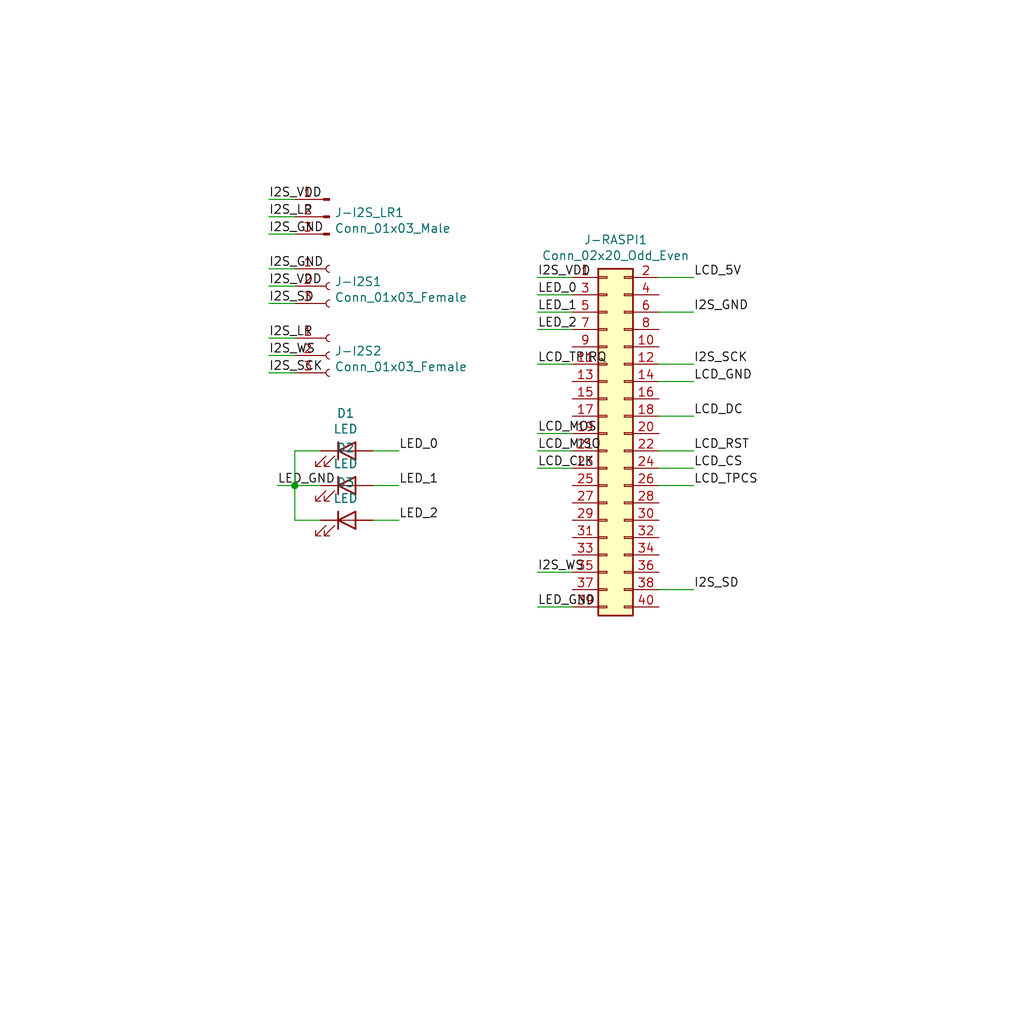
<source format=kicad_sch>
(kicad_sch (version 20211123) (generator eeschema)
  (paper "User" 150.012 150.012)
  (lib_symbols
    (symbol "Connector:Conn_01x03_Female" (pin_names (offset 1.016) hide)
      (property "Reference" "J" (at 0 5.08 0))
      (property "Value" "Conn_01x03_Female" (at 0 -5.08 0))
      (symbol "Conn_01x03_Female_1_1"
        (arc (start 0 -2.032) (mid -0.508 -2.54) (end 0 -3.048) (stroke (width 0.1524)))
        (polyline (pts (xy -1.27 -2.54) (xy -0.508 -2.54)) (stroke (width 0.1524)))
        (polyline (pts (xy -1.27 0) (xy -0.508 0)) (stroke (width 0.1524)))
        (polyline (pts (xy -1.27 2.54) (xy -0.508 2.54)) (stroke (width 0.1524)))
        (arc (start 0 0.508) (mid -0.508 0) (end 0 -0.508) (stroke (width 0.1524)))
        (arc (start 0 3.048) (mid -0.508 2.54) (end 0 2.032) (stroke (width 0.1524)))
        (pin passive line (at -5.08 2.54 0) (length 3.81) (name "Pin_1") (number "1"))
        (pin passive line (at -5.08 0 0) (length 3.81) (name "Pin_2") (number "2"))
        (pin passive line (at -5.08 -2.54 0) (length 3.81) (name "Pin_3") (number "3"))
      )
    )
    (symbol "Connector:Conn_01x03_Male" (pin_names (offset 1.016) hide)
      (property "Reference" "J" (at 0 5.08 0))
      (property "Value" "Conn_01x03_Male" (at 0 -5.08 0))
      (symbol "Conn_01x03_Male_1_1"
        (polyline (pts (xy 1.27 -2.54) (xy 0.8636 -2.54)) (stroke (width 0.1524)))
        (polyline (pts (xy 1.27 0) (xy 0.8636 0)) (stroke (width 0.1524)))
        (polyline (pts (xy 1.27 2.54) (xy 0.8636 2.54)) (stroke (width 0.1524)))
        (rectangle (start 0.8636 -2.413) (end 0 -2.667) (stroke (width 0.1524)) (fill (type outline)))
        (rectangle (start 0.8636 0.127) (end 0 -0.127) (stroke (width 0.1524)) (fill (type outline)))
        (rectangle (start 0.8636 2.667) (end 0 2.413) (stroke (width 0.1524)) (fill (type outline)))
        (pin passive line (at 5.08 2.54 180) (length 3.81) (name "Pin_1") (number "1"))
        (pin passive line (at 5.08 0 180) (length 3.81) (name "Pin_2") (number "2"))
        (pin passive line (at 5.08 -2.54 180) (length 3.81) (name "Pin_3") (number "3"))
      )
    )
    (symbol "Connector_Generic:Conn_02x20_Odd_Even" (pin_names (offset 1.016) hide)
      (property "Reference" "J" (at 1.27 25.4 0))
      (property "Value" "Conn_02x20_Odd_Even" (at 1.27 -27.94 0))
      (symbol "Conn_02x20_Odd_Even_1_1"
        (rectangle (start -1.27 -25.273) (end 0 -25.527) (stroke (width 0.1524)))
        (rectangle (start -1.27 -22.733) (end 0 -22.987) (stroke (width 0.1524)))
        (rectangle (start -1.27 -20.193) (end 0 -20.447) (stroke (width 0.1524)))
        (rectangle (start -1.27 -17.653) (end 0 -17.907) (stroke (width 0.1524)))
        (rectangle (start -1.27 -15.113) (end 0 -15.367) (stroke (width 0.1524)))
        (rectangle (start -1.27 -12.573) (end 0 -12.827) (stroke (width 0.1524)))
        (rectangle (start -1.27 -10.033) (end 0 -10.287) (stroke (width 0.1524)))
        (rectangle (start -1.27 -7.493) (end 0 -7.747) (stroke (width 0.1524)))
        (rectangle (start -1.27 -4.953) (end 0 -5.207) (stroke (width 0.1524)))
        (rectangle (start -1.27 -2.413) (end 0 -2.667) (stroke (width 0.1524)))
        (rectangle (start -1.27 0.127) (end 0 -0.127) (stroke (width 0.1524)))
        (rectangle (start -1.27 2.667) (end 0 2.413) (stroke (width 0.1524)))
        (rectangle (start -1.27 5.207) (end 0 4.953) (stroke (width 0.1524)))
        (rectangle (start -1.27 7.747) (end 0 7.493) (stroke (width 0.1524)))
        (rectangle (start -1.27 10.287) (end 0 10.033) (stroke (width 0.1524)))
        (rectangle (start -1.27 12.827) (end 0 12.573) (stroke (width 0.1524)))
        (rectangle (start -1.27 15.367) (end 0 15.113) (stroke (width 0.1524)))
        (rectangle (start -1.27 17.907) (end 0 17.653) (stroke (width 0.1524)))
        (rectangle (start -1.27 20.447) (end 0 20.193) (stroke (width 0.1524)))
        (rectangle (start -1.27 22.987) (end 0 22.733) (stroke (width 0.1524)))
        (rectangle (start -1.27 24.13) (end 3.81 -26.67) (stroke (width 0.254)) (fill (type background)))
        (rectangle (start 3.81 -25.273) (end 2.54 -25.527) (stroke (width 0.1524)))
        (rectangle (start 3.81 -22.733) (end 2.54 -22.987) (stroke (width 0.1524)))
        (rectangle (start 3.81 -20.193) (end 2.54 -20.447) (stroke (width 0.1524)))
        (rectangle (start 3.81 -17.653) (end 2.54 -17.907) (stroke (width 0.1524)))
        (rectangle (start 3.81 -15.113) (end 2.54 -15.367) (stroke (width 0.1524)))
        (rectangle (start 3.81 -12.573) (end 2.54 -12.827) (stroke (width 0.1524)))
        (rectangle (start 3.81 -10.033) (end 2.54 -10.287) (stroke (width 0.1524)))
        (rectangle (start 3.81 -7.493) (end 2.54 -7.747) (stroke (width 0.1524)))
        (rectangle (start 3.81 -4.953) (end 2.54 -5.207) (stroke (width 0.1524)))
        (rectangle (start 3.81 -2.413) (end 2.54 -2.667) (stroke (width 0.1524)))
        (rectangle (start 3.81 0.127) (end 2.54 -0.127) (stroke (width 0.1524)))
        (rectangle (start 3.81 2.667) (end 2.54 2.413) (stroke (width 0.1524)))
        (rectangle (start 3.81 5.207) (end 2.54 4.953) (stroke (width 0.1524)))
        (rectangle (start 3.81 7.747) (end 2.54 7.493) (stroke (width 0.1524)))
        (rectangle (start 3.81 10.287) (end 2.54 10.033) (stroke (width 0.1524)))
        (rectangle (start 3.81 12.827) (end 2.54 12.573) (stroke (width 0.1524)))
        (rectangle (start 3.81 15.367) (end 2.54 15.113) (stroke (width 0.1524)))
        (rectangle (start 3.81 17.907) (end 2.54 17.653) (stroke (width 0.1524)))
        (rectangle (start 3.81 20.447) (end 2.54 20.193) (stroke (width 0.1524)))
        (rectangle (start 3.81 22.987) (end 2.54 22.733) (stroke (width 0.1524)))
        (pin passive line (at -5.08 22.86 0) (length 3.81) (name "Pin_1") (number "1"))
        (pin passive line (at 7.62 12.7 180) (length 3.81) (name "Pin_10") (number "10"))
        (pin passive line (at -5.08 10.16 0) (length 3.81) (name "Pin_11") (number "11"))
        (pin passive line (at 7.62 10.16 180) (length 3.81) (name "Pin_12") (number "12"))
        (pin passive line (at -5.08 7.62 0) (length 3.81) (name "Pin_13") (number "13"))
        (pin passive line (at 7.62 7.62 180) (length 3.81) (name "Pin_14") (number "14"))
        (pin passive line (at -5.08 5.08 0) (length 3.81) (name "Pin_15") (number "15"))
        (pin passive line (at 7.62 5.08 180) (length 3.81) (name "Pin_16") (number "16"))
        (pin passive line (at -5.08 2.54 0) (length 3.81) (name "Pin_17") (number "17"))
        (pin passive line (at 7.62 2.54 180) (length 3.81) (name "Pin_18") (number "18"))
        (pin passive line (at -5.08 0 0) (length 3.81) (name "Pin_19") (number "19"))
        (pin passive line (at 7.62 22.86 180) (length 3.81) (name "Pin_2") (number "2"))
        (pin passive line (at 7.62 0 180) (length 3.81) (name "Pin_20") (number "20"))
        (pin passive line (at -5.08 -2.54 0) (length 3.81) (name "Pin_21") (number "21"))
        (pin passive line (at 7.62 -2.54 180) (length 3.81) (name "Pin_22") (number "22"))
        (pin passive line (at -5.08 -5.08 0) (length 3.81) (name "Pin_23") (number "23"))
        (pin passive line (at 7.62 -5.08 180) (length 3.81) (name "Pin_24") (number "24"))
        (pin passive line (at -5.08 -7.62 0) (length 3.81) (name "Pin_25") (number "25"))
        (pin passive line (at 7.62 -7.62 180) (length 3.81) (name "Pin_26") (number "26"))
        (pin passive line (at -5.08 -10.16 0) (length 3.81) (name "Pin_27") (number "27"))
        (pin passive line (at 7.62 -10.16 180) (length 3.81) (name "Pin_28") (number "28"))
        (pin passive line (at -5.08 -12.7 0) (length 3.81) (name "Pin_29") (number "29"))
        (pin passive line (at -5.08 20.32 0) (length 3.81) (name "Pin_3") (number "3"))
        (pin passive line (at 7.62 -12.7 180) (length 3.81) (name "Pin_30") (number "30"))
        (pin passive line (at -5.08 -15.24 0) (length 3.81) (name "Pin_31") (number "31"))
        (pin passive line (at 7.62 -15.24 180) (length 3.81) (name "Pin_32") (number "32"))
        (pin passive line (at -5.08 -17.78 0) (length 3.81) (name "Pin_33") (number "33"))
        (pin passive line (at 7.62 -17.78 180) (length 3.81) (name "Pin_34") (number "34"))
        (pin passive line (at -5.08 -20.32 0) (length 3.81) (name "Pin_35") (number "35"))
        (pin passive line (at 7.62 -20.32 180) (length 3.81) (name "Pin_36") (number "36"))
        (pin passive line (at -5.08 -22.86 0) (length 3.81) (name "Pin_37") (number "37"))
        (pin passive line (at 7.62 -22.86 180) (length 3.81) (name "Pin_38") (number "38"))
        (pin passive line (at -5.08 -25.4 0) (length 3.81) (name "Pin_39") (number "39"))
        (pin passive line (at 7.62 20.32 180) (length 3.81) (name "Pin_4") (number "4"))
        (pin passive line (at 7.62 -25.4 180) (length 3.81) (name "Pin_40") (number "40"))
        (pin passive line (at -5.08 17.78 0) (length 3.81) (name "Pin_5") (number "5"))
        (pin passive line (at 7.62 17.78 180) (length 3.81) (name "Pin_6") (number "6"))
        (pin passive line (at -5.08 15.24 0) (length 3.81) (name "Pin_7") (number "7"))
        (pin passive line (at 7.62 15.24 180) (length 3.81) (name "Pin_8") (number "8"))
        (pin passive line (at -5.08 12.7 0) (length 3.81) (name "Pin_9") (number "9"))
      )
    )
    (symbol "Device:LED" (pin_numbers hide) (pin_names (offset 1.016) hide)
      (property "Reference" "D" (at 0 2.54 0))
      (property "Value" "LED" (at 0 -2.54 0))
      (symbol "LED_0_1"
        (polyline (pts (xy -1.27 -1.27) (xy -1.27 1.27)) (stroke (width 0.254)))
        (polyline (pts (xy -1.27 0) (xy 1.27 0)))
        (polyline (pts (xy 1.27 -1.27) (xy 1.27 1.27) (xy -1.27 0) (xy 1.27 -1.27)) (stroke (width 0.254)))
        (polyline (pts (xy -3.048 -0.762) (xy -4.572 -2.286) (xy -3.81 -2.286) (xy -4.572 -2.286) (xy -4.572 -1.524)))
        (polyline (pts (xy -1.778 -0.762) (xy -3.302 -2.286) (xy -2.54 -2.286) (xy -3.302 -2.286) (xy -3.302 -1.524)))
      )
      (symbol "LED_1_1"
        (pin passive line (at -3.81 0 0) (length 2.54) (name "K") (number "1"))
        (pin passive line (at 3.81 0 180) (length 2.54) (name "A") (number "2"))
      )
    )
  )
  (junction (at 43.18 71.12))
  (wire (pts (xy 96.52 53.34) (xy 101.6 53.34)))
  (wire (pts (xy 43.18 29.21) (xy 39.37 29.21)))
  (wire (pts (xy 83.82 68.58) (xy 78.74 68.58)))
  (wire (pts (xy 43.18 76.2) (xy 46.99 76.2)))
  (wire (pts (xy 83.82 63.5) (xy 78.74 63.5)))
  (wire (pts (xy 96.52 40.64) (xy 101.6 40.64)))
  (wire (pts (xy 96.52 66.04) (xy 101.6 66.04)))
  (wire (pts (xy 83.82 88.9) (xy 78.74 88.9)))
  (wire (pts (xy 43.18 41.91) (xy 39.37 41.91)))
  (wire (pts (xy 83.82 48.26) (xy 78.74 48.26)))
  (wire (pts (xy 43.18 39.37) (xy 39.37 39.37)))
  (wire (pts (xy 54.61 71.12) (xy 58.42 71.12)))
  (wire (pts (xy 83.82 53.34) (xy 78.74 53.34)))
  (wire (pts (xy 54.61 66.04) (xy 58.42 66.04)))
  (wire (pts (xy 43.18 44.45) (xy 39.37 44.45)))
  (wire (pts (xy 96.52 60.96) (xy 101.6 60.96)))
  (wire (pts (xy 43.18 71.12) (xy 40.64 71.12)))
  (wire (pts (xy 83.82 66.04) (xy 78.74 66.04)))
  (wire (pts (xy 46.99 71.12) (xy 43.18 71.12)))
  (wire (pts (xy 96.52 55.88) (xy 101.6 55.88)))
  (wire (pts (xy 83.82 40.64) (xy 78.74 40.64)))
  (wire (pts (xy 43.18 52.07) (xy 39.37 52.07)))
  (wire (pts (xy 46.99 66.04) (xy 43.18 66.04)))
  (wire (pts (xy 43.18 34.29) (xy 39.37 34.29)))
  (wire (pts (xy 96.52 86.36) (xy 101.6 86.36)))
  (wire (pts (xy 43.18 71.12) (xy 43.18 76.2)))
  (wire (pts (xy 54.61 76.2) (xy 58.42 76.2)))
  (wire (pts (xy 43.18 31.75) (xy 39.37 31.75)))
  (wire (pts (xy 96.52 45.72) (xy 101.6 45.72)))
  (wire (pts (xy 43.18 66.04) (xy 43.18 71.12)))
  (wire (pts (xy 96.52 71.12) (xy 101.6 71.12)))
  (wire (pts (xy 83.82 83.82) (xy 78.74 83.82)))
  (wire (pts (xy 83.82 43.18) (xy 78.74 43.18)))
  (wire (pts (xy 96.52 68.58) (xy 101.6 68.58)))
  (wire (pts (xy 83.82 45.72) (xy 78.74 45.72)))
  (wire (pts (xy 43.18 54.61) (xy 39.37 54.61)))
  (wire (pts (xy 43.18 49.53) (xy 39.37 49.53)))
  (label "LCD_MOSI" (at 78.74 63.5 0))
  (label "I2S_SCK" (at 101.6 53.34 0))
  (label "LED_0" (at 58.42 66.04 0))
  (label "LED_GND" (at 78.74 88.9 0))
  (label "I2S_GND" (at 39.37 39.37 0))
  (label "LED_0" (at 78.74 43.18 0))
  (label "I2S_VDD" (at 39.37 29.21 0))
  (label "LCD_MISO" (at 78.74 66.04 0))
  (label "LED_1" (at 58.42 71.12 0))
  (label "LED_2" (at 78.74 48.26 0))
  (label "LCD_TPIRQ" (at 78.74 53.34 0))
  (label "I2S_SCK" (at 39.37 54.61 0))
  (label "LCD_CS" (at 101.6 68.58 0))
  (label "LCD_RST" (at 101.6 66.04 0))
  (label "LCD_CLK" (at 78.74 68.58 0))
  (label "I2S_GND" (at 39.37 34.29 0))
  (label "LED_2" (at 58.42 76.2 0))
  (label "I2S_SD" (at 39.37 44.45 0))
  (label "LCD_DC" (at 101.6 60.96 0))
  (label "I2S_SD" (at 101.6 86.36 0))
  (label "I2S_WS" (at 78.74 83.82 0))
  (label "I2S_GND" (at 101.6 45.72 0))
  (label "I2S_WS" (at 39.37 52.07 0))
  (label "I2S_LR" (at 39.37 49.53 0))
  (label "LCD_GND" (at 101.6 55.88 0))
  (label "I2S_VDD" (at 78.74 40.64 0))
  (label "LCD_5V" (at 101.6 40.64 0))
  (label "LED_GND" (at 40.64 71.12 0))
  (label "LED_1" (at 78.74 45.72 0))
  (label "I2S_LR" (at 39.37 31.75 0))
  (label "LCD_TPCS" (at 101.6 71.12 0))
  (label "I2S_VDD" (at 39.37 41.91 0))
  (symbol (lib_id "Connector_Generic:Conn_02x20_Odd_Even") (at 88.9 63.5 0) (unit 1)
    (property "Reference" "J-RASPI1" (at 90.17 35.1282 0))
    (property "Value" "Conn_02x20_Odd_Even" (at 90.17 37.4396 0))
    (property "Footprint" "Connector_PinSocket_2.54mm:PinSocket_2x20_P2.54mm_Vertical" (effects hide))
  )
  (symbol (lib_id "Connector:Conn_01x03_Female") (at 48.26 41.91 0) (unit 1)
    (property "Reference" "J-I2S1" (at 48.9712 41.2496 0) (effects (justify left)))
    (property "Value" "Conn_01x03_Female" (at 48.9712 43.561 0) (effects (justify left)))
    (property "Footprint" "Connector_PinSocket_2.54mm:PinSocket_1x03_P2.54mm_Vertical" (effects hide))
  )
  (symbol (lib_id "Connector:Conn_01x03_Female") (at 48.26 52.07 0) (unit 1)
    (property "Reference" "J-I2S2" (at 48.9712 51.4096 0) (effects (justify left)))
    (property "Value" "Conn_01x03_Female" (at 48.9712 53.721 0) (effects (justify left)))
    (property "Footprint" "Connector_PinSocket_2.54mm:PinSocket_1x03_P2.54mm_Vertical" (effects hide))
  )
  (symbol (lib_id "Device:LED") (at 50.8 66.04 0) (unit 1)
    (property "Reference" "D1" (at 50.6222 60.5282 0))
    (property "Value" "LED" (at 50.6222 62.8396 0))
    (property "Footprint" "LED_SMD:LED_1206_3216Metric_Pad1.42x1.75mm_HandSolder" (effects hide))
  )
  (symbol (lib_id "Device:LED") (at 50.8 71.12 0) (unit 1)
    (property "Reference" "D2" (at 50.6222 65.6082 0))
    (property "Value" "LED" (at 50.6222 67.9196 0))
    (property "Footprint" "LED_SMD:LED_1206_3216Metric_Pad1.42x1.75mm_HandSolder" (effects hide))
  )
  (symbol (lib_id "Device:LED") (at 50.8 76.2 0) (unit 1)
    (property "Reference" "D3" (at 50.6222 70.6882 0))
    (property "Value" "LED" (at 50.6222 72.9996 0))
    (property "Footprint" "LED_SMD:LED_1206_3216Metric_Pad1.42x1.75mm_HandSolder" (effects hide))
  )
  (symbol (lib_id "Connector:Conn_01x03_Male") (at 48.26 31.75 0) (mirror y) (unit 1)
    (property "Reference" "J-I2S_LR1" (at 48.9712 31.1404 0) (effects (justify right)))
    (property "Value" "Conn_01x03_Male" (at 48.9712 33.4518 0) (effects (justify right)))
    (property "Footprint" "Connector_PinHeader_2.54mm:PinHeader_1x03_P2.54mm_Vertical" (effects hide))
  )
)
</source>
